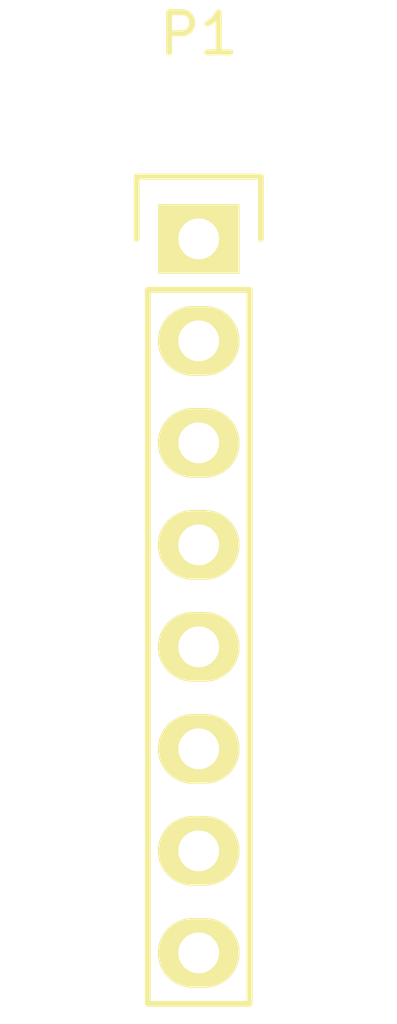
<source format=kicad_pcb>
(kicad_pcb (version 4) (host pcbnew 4.0.2-stable)

  (general
    (links 0)
    (no_connects 0)
    (area 0 0 0 0)
    (thickness 1.6)
    (drawings 0)
    (tracks 0)
    (zones 0)
    (modules 1)
    (nets 9)
  )

  (page A4)
  (layers
    (0 F.Cu signal)
    (31 B.Cu signal)
    (32 B.Adhes user)
    (33 F.Adhes user)
    (34 B.Paste user)
    (35 F.Paste user)
    (36 B.SilkS user)
    (37 F.SilkS user)
    (38 B.Mask user)
    (39 F.Mask user)
    (40 Dwgs.User user)
    (41 Cmts.User user)
    (42 Eco1.User user)
    (43 Eco2.User user)
    (44 Edge.Cuts user)
    (45 Margin user)
    (46 B.CrtYd user)
    (47 F.CrtYd user)
    (48 B.Fab user)
    (49 F.Fab user)
  )

  (setup
    (last_trace_width 0.25)
    (trace_clearance 0.2)
    (zone_clearance 0.508)
    (zone_45_only no)
    (trace_min 0.2)
    (segment_width 0.2)
    (edge_width 0.15)
    (via_size 0.6)
    (via_drill 0.4)
    (via_min_size 0.4)
    (via_min_drill 0.3)
    (uvia_size 0.3)
    (uvia_drill 0.1)
    (uvias_allowed no)
    (uvia_min_size 0.2)
    (uvia_min_drill 0.1)
    (pcb_text_width 0.3)
    (pcb_text_size 1.5 1.5)
    (mod_edge_width 0.15)
    (mod_text_size 1 1)
    (mod_text_width 0.15)
    (pad_size 1.524 1.524)
    (pad_drill 0.762)
    (pad_to_mask_clearance 0.2)
    (aux_axis_origin 0 0)
    (visible_elements FFFFFF7F)
    (pcbplotparams
      (layerselection 0x00030_80000001)
      (usegerberextensions false)
      (excludeedgelayer true)
      (linewidth 0.100000)
      (plotframeref false)
      (viasonmask false)
      (mode 1)
      (useauxorigin false)
      (hpglpennumber 1)
      (hpglpenspeed 20)
      (hpglpendiameter 15)
      (hpglpenoverlay 2)
      (psnegative false)
      (psa4output false)
      (plotreference true)
      (plotvalue true)
      (plotinvisibletext false)
      (padsonsilk false)
      (subtractmaskfromsilk false)
      (outputformat 1)
      (mirror false)
      (drillshape 1)
      (scaleselection 1)
      (outputdirectory ""))
  )

  (net 0 "")
  (net 1 "Net-(P1-Pad1)")
  (net 2 "Net-(P1-Pad2)")
  (net 3 "Net-(P1-Pad3)")
  (net 4 "Net-(P1-Pad4)")
  (net 5 "Net-(P1-Pad5)")
  (net 6 "Net-(P1-Pad6)")
  (net 7 "Net-(P1-Pad7)")
  (net 8 "Net-(P1-Pad8)")

  (net_class Default "This is the default net class."
    (clearance 0.2)
    (trace_width 0.25)
    (via_dia 0.6)
    (via_drill 0.4)
    (uvia_dia 0.3)
    (uvia_drill 0.1)
    (add_net "Net-(P1-Pad1)")
    (add_net "Net-(P1-Pad2)")
    (add_net "Net-(P1-Pad3)")
    (add_net "Net-(P1-Pad4)")
    (add_net "Net-(P1-Pad5)")
    (add_net "Net-(P1-Pad6)")
    (add_net "Net-(P1-Pad7)")
    (add_net "Net-(P1-Pad8)")
  )

  (module Pin_Headers:Pin_Header_Straight_1x08 (layer F.Cu) (tedit 0) (tstamp 576D8790)
    (at 148.5011 105.0036)
    (descr "Through hole pin header")
    (tags "pin header")
    (path /576D39DE)
    (fp_text reference P1 (at 0 -5.1) (layer F.SilkS)
      (effects (font (size 1 1) (thickness 0.15)))
    )
    (fp_text value CONN_01X08 (at 0 -3.1) (layer F.Fab)
      (effects (font (size 1 1) (thickness 0.15)))
    )
    (fp_line (start -1.75 -1.75) (end -1.75 19.55) (layer F.CrtYd) (width 0.05))
    (fp_line (start 1.75 -1.75) (end 1.75 19.55) (layer F.CrtYd) (width 0.05))
    (fp_line (start -1.75 -1.75) (end 1.75 -1.75) (layer F.CrtYd) (width 0.05))
    (fp_line (start -1.75 19.55) (end 1.75 19.55) (layer F.CrtYd) (width 0.05))
    (fp_line (start 1.27 1.27) (end 1.27 19.05) (layer F.SilkS) (width 0.15))
    (fp_line (start 1.27 19.05) (end -1.27 19.05) (layer F.SilkS) (width 0.15))
    (fp_line (start -1.27 19.05) (end -1.27 1.27) (layer F.SilkS) (width 0.15))
    (fp_line (start 1.55 -1.55) (end 1.55 0) (layer F.SilkS) (width 0.15))
    (fp_line (start 1.27 1.27) (end -1.27 1.27) (layer F.SilkS) (width 0.15))
    (fp_line (start -1.55 0) (end -1.55 -1.55) (layer F.SilkS) (width 0.15))
    (fp_line (start -1.55 -1.55) (end 1.55 -1.55) (layer F.SilkS) (width 0.15))
    (pad 1 thru_hole rect (at 0 0) (size 2.032 1.7272) (drill 1.016) (layers *.Cu *.Mask F.SilkS)
      (net 1 "Net-(P1-Pad1)"))
    (pad 2 thru_hole oval (at 0 2.54) (size 2.032 1.7272) (drill 1.016) (layers *.Cu *.Mask F.SilkS)
      (net 2 "Net-(P1-Pad2)"))
    (pad 3 thru_hole oval (at 0 5.08) (size 2.032 1.7272) (drill 1.016) (layers *.Cu *.Mask F.SilkS)
      (net 3 "Net-(P1-Pad3)"))
    (pad 4 thru_hole oval (at 0 7.62) (size 2.032 1.7272) (drill 1.016) (layers *.Cu *.Mask F.SilkS)
      (net 4 "Net-(P1-Pad4)"))
    (pad 5 thru_hole oval (at 0 10.16) (size 2.032 1.7272) (drill 1.016) (layers *.Cu *.Mask F.SilkS)
      (net 5 "Net-(P1-Pad5)"))
    (pad 6 thru_hole oval (at 0 12.7) (size 2.032 1.7272) (drill 1.016) (layers *.Cu *.Mask F.SilkS)
      (net 6 "Net-(P1-Pad6)"))
    (pad 7 thru_hole oval (at 0 15.24) (size 2.032 1.7272) (drill 1.016) (layers *.Cu *.Mask F.SilkS)
      (net 7 "Net-(P1-Pad7)"))
    (pad 8 thru_hole oval (at 0 17.78) (size 2.032 1.7272) (drill 1.016) (layers *.Cu *.Mask F.SilkS)
      (net 8 "Net-(P1-Pad8)"))
    (model Pin_Headers.3dshapes/Pin_Header_Straight_1x08.wrl
      (at (xyz 0 -0.35 0))
      (scale (xyz 1 1 1))
      (rotate (xyz 0 0 90))
    )
  )

)

</source>
